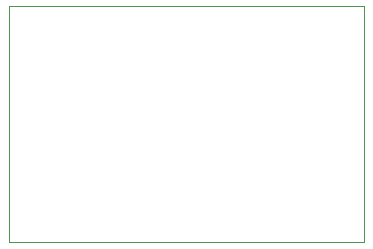
<source format=gm1>
%TF.GenerationSoftware,KiCad,Pcbnew,(6.0.9)*%
%TF.CreationDate,2022-12-02T17:41:07+09:00*%
%TF.ProjectId,inverting_amplifier_circuirt,696e7665-7274-4696-9e67-5f616d706c69,0*%
%TF.SameCoordinates,Original*%
%TF.FileFunction,Profile,NP*%
%FSLAX46Y46*%
G04 Gerber Fmt 4.6, Leading zero omitted, Abs format (unit mm)*
G04 Created by KiCad (PCBNEW (6.0.9)) date 2022-12-02 17:41:07*
%MOMM*%
%LPD*%
G01*
G04 APERTURE LIST*
%TA.AperFunction,Profile*%
%ADD10C,0.100000*%
%TD*%
G04 APERTURE END LIST*
D10*
X127240000Y-63660000D02*
X157240000Y-63660000D01*
X127240000Y-83660000D02*
X157240000Y-83660000D01*
X127240000Y-63660000D02*
X127240000Y-83660000D01*
X157240000Y-63660000D02*
X157240000Y-83660000D01*
M02*

</source>
